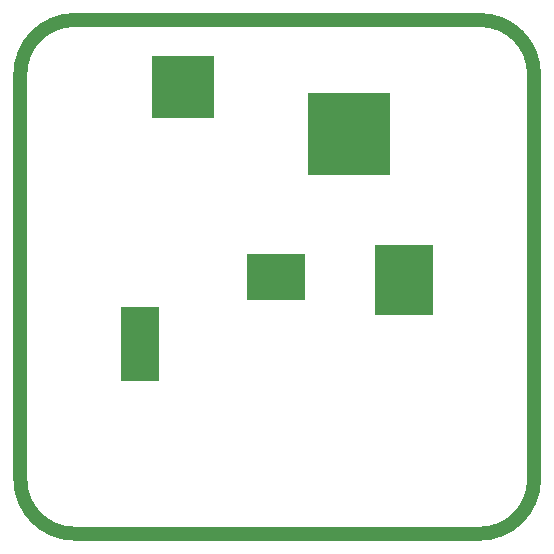
<source format=gm1>
G04*
G04 #@! TF.GenerationSoftware,Altium Limited,Altium Designer,20.1.14 (287)*
G04*
G04 Layer_Color=16711935*
%FSLAX25Y25*%
%MOIN*%
G70*
G04*
G04 #@! TF.SameCoordinates,7F5ADFAE-F052-4B02-90E5-093173F2D11D*
G04*
G04*
G04 #@! TF.FilePolarity,Positive*
G04*
G01*
G75*
%ADD69C,0.04724*%
%ADD70R,0.19685X0.23622*%
%ADD71R,0.12992X0.24803*%
%ADD72R,0.19685X0.15748*%
%ADD73R,0.27559X0.27559*%
%ADD74R,0.20866X0.20866*%
D69*
X85630Y67520D02*
G03*
X67520Y85630I-18110J0D01*
G01*
Y-85630D02*
G03*
X85630Y-67520I0J18110D01*
G01*
X-67520Y85630D02*
G03*
X-85630Y67520I0J-18110D01*
G01*
Y-67520D02*
G03*
X-67520Y-85630I18110J0D01*
G01*
X85630Y-67520D02*
Y67520D01*
X-67520Y85630D02*
X67520D01*
X-85630Y-67520D02*
Y67520D01*
X-67520Y-85630D02*
X67520D01*
D70*
X42126Y-984D02*
D03*
D71*
X-45768Y-22441D02*
D03*
D72*
X-236Y-197D02*
D03*
D73*
X24016Y47638D02*
D03*
D74*
X-31299Y63386D02*
D03*
M02*

</source>
